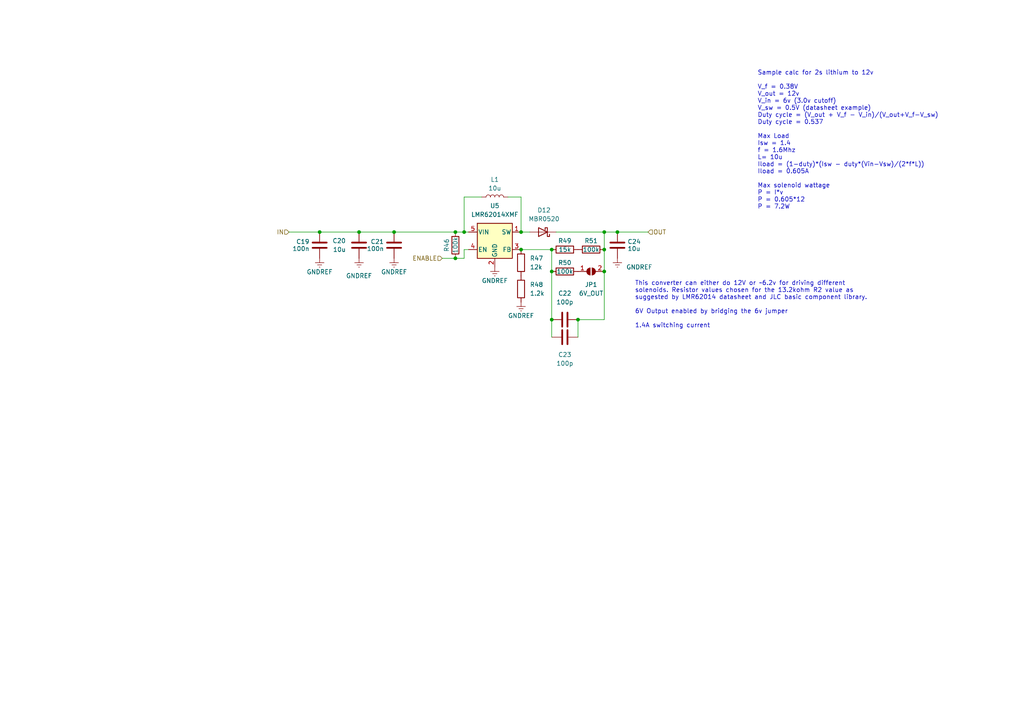
<source format=kicad_sch>
(kicad_sch (version 20250114) (generator "eeschema") (generator_version "9.0")
  (paper "A4")
  (title_block (title "DiveCAN Head") (date "2024-01-08") (rev "2.2 (DRAFT)") (company "Aren Leishman"))
  (lib_symbols
    (symbol "Jumper:SolderJumper_2_Open" (pin_names (offset 0) (hide yes))
      (property "Reference" "JP" (at 0 2.032 0))
      (property "Value" "SolderJumper_2_Open" (at 0 -2.54 0))
      (symbol "SolderJumper_2_Open_0_1"
        (polyline (pts (xy -0.254 1.016) (xy -0.254 -1.016)))
        (arc (start -0.254 -1.016) (mid -1.2656 0) (end -0.254 1.016))
        (arc (start -0.254 -1.016) (mid -1.2656 0) (end -0.254 1.016) (fill (type outline)))
        (arc (start 0.254 1.016) (mid 1.2656 0) (end 0.254 -1.016))
        (arc (start 0.254 1.016) (mid 1.2656 0) (end 0.254 -1.016) (fill (type outline)))
        (polyline (pts (xy 0.254 1.016) (xy 0.254 -1.016)))
      )
      (symbol "SolderJumper_2_Open_1_1"
        (pin passive line (at -3.81 0 0) (length 2.54) (name "A") (number "1"))
        (pin passive line (at 3.81 0 180) (length 2.54) (name "B") (number "2"))
      )
    )
    (symbol "Library:C" (pin_numbers (hide yes)) (pin_names (offset 0.254))
      (property "Reference" "C" (at 0.635 2.54 0))
      (property "Value" "C" (at 0.635 -2.54 0))
      (symbol "C_0_1"
        (polyline (pts (xy -2.032 0.762) (xy 2.032 0.762)) (stroke (width 0.508)))
        (polyline (pts (xy -2.032 -0.762) (xy 2.032 -0.762)) (stroke (width 0.508)))
      )
      (symbol "C_1_1"
        (pin passive line (at 0 3.81 270) (length 2.794) (name "~") (number "1"))
        (pin passive line (at 0 -3.81 90) (length 2.794) (name "~") (number "2"))
      )
    )
    (symbol "Library:L" (pin_numbers (hide yes)) (pin_names (offset 1.016) (hide yes))
      (property "Reference" "L" (at -1.27 0 90))
      (property "Value" "L" (at 1.905 0 90))
      (symbol "L_0_1"
        (arc (start 0 2.54) (mid 0.6323 1.905) (end 0 1.27))
        (arc (start 0 1.27) (mid 0.6323 0.635) (end 0 0))
        (arc (start 0 0) (mid 0.6323 -0.635) (end 0 -1.27))
        (arc (start 0 -1.27) (mid 0.6323 -1.905) (end 0 -2.54))
      )
      (symbol "L_1_1"
        (pin passive line (at 0 3.81 270) (length 1.27) (name "1") (number "1"))
        (pin passive line (at 0 -3.81 90) (length 1.27) (name "2") (number "2"))
      )
    )
    (symbol "Library:MBR0520" (pin_numbers (hide yes)) (pin_names (offset 1.016) (hide yes))
      (property "Reference" "D" (at 0 2.54 0))
      (property "Value" "MBR0520" (at 0 -2.54 0))
      (symbol "MBR0520_0_1"
        (polyline (pts (xy -1.905 0.635) (xy -1.905 1.27) (xy -1.27 1.27) (xy -1.27 -1.27) (xy -0.635 -1.27) (xy -0.635 -0.635)) (stroke (width 0.254)))
        (polyline (pts (xy 1.27 1.27) (xy 1.27 -1.27) (xy -1.27 0) (xy 1.27 1.27)) (stroke (width 0.254)))
        (polyline (pts (xy 1.27 0) (xy -1.27 0)))
      )
      (symbol "MBR0520_1_1"
        (pin passive line (at -3.81 0 0) (length 2.54) (name "K") (number "1"))
        (pin passive line (at 3.81 0 180) (length 2.54) (name "A") (number "2"))
      )
    )
    (symbol "Library:R" (pin_numbers (hide yes)) (pin_names (offset 0))
      (property "Reference" "R" (at 2.032 0 90))
      (property "Value" "R" (at 0 0 90))
      (symbol "R_0_1"
        (rectangle (start -1.016 -2.54) (end 1.016 2.54) (stroke (width 0.254)))
      )
      (symbol "R_1_1"
        (pin passive line (at 0 3.81 270) (length 1.27) (name "~") (number "1"))
        (pin passive line (at 0 -3.81 90) (length 1.27) (name "~") (number "2"))
      )
    )
    (symbol "Regulator_Switching:LMR62014XMF" (pin_names (offset 0.254))
      (property "Reference" "U" (at -5.08 6.35 0))
      (property "Value" "LMR62014XMF" (at 0 6.35 0))
      (symbol "LMR62014XMF_0_1"
        (rectangle (start -5.08 5.08) (end 5.08 -5.08) (stroke (width 0.254)) (fill (type background)))
      )
      (symbol "LMR62014XMF_1_1"
        (pin input line (at -7.62 2.54 0) (length 2.54) (name "VIN") (number "5"))
        (pin input line (at -7.62 -2.54 0) (length 2.54) (name "EN") (number "4"))
        (pin power_in line (at 0 -7.62 90) (length 2.54) (name "GND") (number "2"))
        (pin output line (at 7.62 2.54 180) (length 2.54) (name "SW") (number "1"))
        (pin input line (at 7.62 -2.54 180) (length 2.54) (name "FB") (number "3"))
      )
    )
    (symbol "power:GNDREF" (power) (pin_names (offset 0))
      (property "Value" "GNDREF" (at 0 -3.81 0))
      (symbol "GNDREF_0_1"
        (polyline (pts (xy -0.635 -1.905) (xy 0.635 -1.905)))
        (polyline (pts (xy -0.127 -2.54) (xy 0.127 -2.54)))
        (polyline (pts (xy 0 -1.27) (xy 0 0)))
        (polyline (pts (xy 1.27 -1.27) (xy -1.27 -1.27)))
      )
      (symbol "GNDREF_1_1"
        (pin power_in line (at 0 0 270) (length 0) (hide yes) (name "GNDREF") (number "1"))
      )
    )
  )
  (text "Sample calc for 2s lithium to 12v\n\nV_f = 0.38V\nV_out = 12v\nV_in = 6v (3.0v cutoff)\nV_sw = 0.5V (datasheet example)\nDuty cycle = (V_out + V_f - V_in)/(V_out+V_f-V_sw)\nDuty cycle = 0.537\n\nMax Load\nIsw = 1.4\nf = 1.6Mhz\nL= 10u\nIload = (1-duty)*(Isw - duty*(Vin-Vsw)/(2*f*L))\nIload = 0.605A\n\nMax solenoid wattage\nP = I*v\nP = 0.605*12\nP = 7.2W" (at 219.71 40.64 0) (effects (font (size 1.27 1.27)) (justify left)))
  (text "This converter can either do 12V or ~6.2v for driving different\nsolenoids. Resistor values chosen for the 13.2kohm R2 value as \nsuggested by LMR62014 datasheet and JLC basic component library.\n\n6V Output enabled by bridging the 6v jumper\n\n1.4A switching current" (at 184.15 95.25 0) (effects (font (size 1.27 1.27)) (justify left bottom)))
  (junction (at 175.26 72.39))
  (junction (at 167.64 92.71))
  (junction (at 132.08 74.93))
  (junction (at 132.08 67.31))
  (junction (at 134.62 67.31))
  (junction (at 151.13 67.31))
  (junction (at 175.26 67.31))
  (junction (at 179.07 67.31))
  (junction (at 92.71 67.31))
  (junction (at 160.02 72.39))
  (junction (at 160.02 92.71))
  (junction (at 104.14 67.31))
  (junction (at 151.13 72.39))
  (junction (at 114.3 67.31))
  (junction (at 160.02 78.74))
  (junction (at 175.26 78.74))
  (wire (pts (xy 134.62 72.39) (xy 135.89 72.39)))
  (wire (pts (xy 83.82 67.31) (xy 92.71 67.31)))
  (wire (pts (xy 161.29 67.31) (xy 175.26 67.31)))
  (wire (pts (xy 151.13 72.39) (xy 160.02 72.39)))
  (wire (pts (xy 147.32 57.15) (xy 151.13 57.15)))
  (wire (pts (xy 175.26 72.39) (xy 175.26 78.74)))
  (wire (pts (xy 134.62 74.93) (xy 134.62 72.39)))
  (wire (pts (xy 151.13 67.31) (xy 153.67 67.31)))
  (wire (pts (xy 132.08 74.93) (xy 134.62 74.93)))
  (wire (pts (xy 175.26 92.71) (xy 167.64 92.71)))
  (wire (pts (xy 134.62 67.31) (xy 135.89 67.31)))
  (wire (pts (xy 151.13 57.15) (xy 151.13 67.31)))
  (wire (pts (xy 175.26 67.31) (xy 179.07 67.31)))
  (wire (pts (xy 179.07 67.31) (xy 187.96 67.31)))
  (wire (pts (xy 160.02 92.71) (xy 160.02 97.79)))
  (wire (pts (xy 160.02 72.39) (xy 160.02 78.74)))
  (wire (pts (xy 175.26 78.74) (xy 175.26 92.71)))
  (wire (pts (xy 92.71 67.31) (xy 104.14 67.31)))
  (wire (pts (xy 175.26 67.31) (xy 175.26 72.39)))
  (wire (pts (xy 167.64 92.71) (xy 167.64 97.79)))
  (wire (pts (xy 134.62 57.15) (xy 139.7 57.15)))
  (wire (pts (xy 134.62 67.31) (xy 134.62 57.15)))
  (wire (pts (xy 104.14 67.31) (xy 114.3 67.31)))
  (wire (pts (xy 132.08 67.31) (xy 134.62 67.31)))
  (wire (pts (xy 114.3 67.31) (xy 132.08 67.31)))
  (wire (pts (xy 160.02 78.74) (xy 160.02 92.71)))
  (wire (pts (xy 128.27 74.93) (xy 132.08 74.93)))
  (hierarchical_label "ENABLE" (shape input) (at 128.27 74.93 180))
  (hierarchical_label "OUT" (shape input) (at 187.96 67.31 0))
  (hierarchical_label "IN" (shape input) (at 83.82 67.31 180))
  (symbol (lib_id "Library:MBR0520") (at 157.48 67.31 180) (unit 1)
    (property "Reference" "D12" (at 157.7975 60.96 0))
    (property "Value" "MBR0520" (at 157.7975 63.5 0))
    (property "Footprint" "Diode_SMD:D_SOD-123" (effects (hide yes)))
    (property "Datasheet" "http://www.mccsemi.com/up_pdf/MBR0520~MBR0580(SOD123).pdf" (effects (hide yes)))
    (property "MPN" "C5204745" (effects (hide yes)))
  )
  (symbol (lib_id "power:GNDREF") (at 92.71 74.93 0) (unit 1)
    (property "Reference" "#PWR052" (effects (hide yes)))
    (property "Value" "GNDREF" (at 92.71 78.875 0))
  )
  (symbol (lib_id "Library:R") (at 163.83 72.39 90) (unit 1)
    (property "Reference" "R49" (at 163.83 69.85 90))
    (property "Value" "15k" (at 163.83 72.39 90))
    (property "Footprint" "Resistor_SMD:R_0402_1005Metric" (effects (hide yes)))
    (property "MPN" "C25756" (effects (hide yes)))
  )
  (symbol (lib_id "Library:R") (at 151.13 76.2 0) (unit 1)
    (property "Reference" "R47" (at 153.67 74.93 0) (effects (justify left)))
    (property "Value" "12k" (at 153.67 77.47 0) (effects (justify left)))
    (property "Footprint" "Resistor_SMD:R_0402_1005Metric" (effects (hide yes)))
    (property "MPN" "C25752" (effects (hide yes)))
  )
  (symbol (lib_id "Library:R") (at 132.08 71.12 180) (unit 1)
    (property "Reference" "R46" (at 129.54 71.12 90))
    (property "Value" "100k" (at 132.08 71.12 90))
    (property "Footprint" "Resistor_SMD:R_0402_1005Metric" (effects (hide yes)))
    (property "MPN" "C25741" (effects (hide yes)))
  )
  (symbol (lib_id "power:GNDREF") (at 151.13 87.63 0) (unit 1)
    (property "Reference" "#PWR056" (effects (hide yes)))
    (property "Value" "GNDREF" (at 151.13 91.575 0))
  )
  (symbol (lib_id "Regulator_Switching:LMR62014XMF") (at 143.51 69.85 0) (unit 1)
    (property "Reference" "U5" (at 143.51 59.69 0))
    (property "Value" "LMR62014XMF" (at 143.51 62.23 0))
    (property "Footprint" "Package_TO_SOT_SMD:SOT-23-5" (effects (hide yes)))
    (property "Datasheet" "http://www.ti.com/lit/ds/symlink/lmr62014.pdf" (effects (hide yes)))
    (property "MPN" "C468235" (effects (hide yes)))
  )
  (symbol (lib_id "Library:C") (at 114.3 71.12 180) (unit 1)
    (property "Reference" "C21" (at 111.3791 70.096 0) (effects (justify left)))
    (property "Value" "100n" (at 111.3791 72.144 0) (effects (justify left)))
    (property "Footprint" "Capacitor_SMD:C_0603_1608Metric" (effects (hide yes)))
    (property "MPN" "C14663" (effects (hide yes)))
  )
  (symbol (lib_id "power:GNDREF") (at 114.3 74.93 0) (unit 1)
    (property "Reference" "#PWR054" (effects (hide yes)))
    (property "Value" "GNDREF" (at 114.3 78.875 0))
  )
  (symbol (lib_id "Library:R") (at 163.83 78.74 90) (unit 1)
    (property "Reference" "R50" (at 163.83 76.2 90))
    (property "Value" "100k" (at 163.83 78.74 90))
    (property "Footprint" "Resistor_SMD:R_0402_1005Metric" (effects (hide yes)))
    (property "MPN" "C25741" (effects (hide yes)))
  )
  (symbol (lib_id "Library:C") (at 104.14 71.12 0) (unit 1)
    (property "Reference" "C20" (at 100.33 69.85 0) (effects (justify right)))
    (property "Value" "10u" (at 100.33 72.39 0) (effects (justify right)))
    (property "Footprint" "Capacitor_SMD:C_0603_1608Metric" (effects (hide yes)))
    (property "MPN" "C96446" (effects (hide yes)))
  )
  (symbol (lib_id "power:GNDREF") (at 179.07 74.93 0) (unit 1)
    (property "Reference" "#PWR057" (effects (hide yes)))
    (property "Value" "GNDREF" (at 185.42 77.47 0))
  )
  (symbol (lib_id "Jumper:SolderJumper_2_Open") (at 171.45 78.74 0) (unit 1) (in_bom no)
    (property "Reference" "JP1" (at 171.45 82.55 0))
    (property "Value" "6V_OUT" (at 171.45 85.09 0))
    (property "Footprint" "Jumper:SolderJumper-2_P1.3mm_Open_TrianglePad1.0x1.5mm" (effects (hide yes)))
  )
  (symbol (lib_id "Library:C") (at 163.83 97.79 270) (unit 1)
    (property "Reference" "C23" (at 163.83 102.87 90))
    (property "Value" "100p" (at 163.83 105.41 90))
    (property "Footprint" "Capacitor_SMD:C_0402_1005Metric" (effects (hide yes)))
    (property "MPN" "C1546" (effects (hide yes)))
  )
  (symbol (lib_id "Library:C") (at 163.83 92.71 270) (unit 1)
    (property "Reference" "C22" (at 163.83 85.09 90))
    (property "Value" "100p" (at 163.83 87.63 90))
    (property "Footprint" "Capacitor_SMD:C_0402_1005Metric" (effects (hide yes)))
    (property "MPN" "C1546" (effects (hide yes)))
  )
  (symbol (lib_id "power:GNDREF") (at 143.51 77.47 0) (unit 1)
    (property "Reference" "#PWR055" (effects (hide yes)))
    (property "Value" "GNDREF" (at 143.51 81.415 0))
  )
  (symbol (lib_id "Library:R") (at 151.13 83.82 0) (unit 1)
    (property "Reference" "R48" (at 153.67 82.55 0) (effects (justify left)))
    (property "Value" "1.2k" (at 153.67 85.09 0) (effects (justify left)))
    (property "Footprint" "Resistor_SMD:R_0402_1005Metric" (effects (hide yes)))
    (property "MPN" "C25862" (effects (hide yes)))
  )
  (symbol (lib_id "Library:R") (at 171.45 72.39 90) (unit 1)
    (property "Reference" "R51" (at 171.45 69.85 90))
    (property "Value" "100k" (at 171.45 72.39 90))
    (property "Footprint" "Resistor_SMD:R_0402_1005Metric" (effects (hide yes)))
    (property "MPN" "C25741" (effects (hide yes)))
  )
  (symbol (lib_id "Library:C") (at 179.07 71.12 0) (unit 1)
    (property "Reference" "C24" (at 181.991 70.096 0) (effects (justify left)))
    (property "Value" "10u" (at 181.991 72.144 0) (effects (justify left)))
    (property "Footprint" "Capacitor_SMD:C_0603_1608Metric" (effects (hide yes)))
    (property "MPN" "C96446" (effects (hide yes)))
  )
  (symbol (lib_id "power:GNDREF") (at 104.14 74.93 0) (unit 1)
    (property "Reference" "#PWR053" (effects (hide yes)))
    (property "Value" "GNDREF" (at 104.14 80.01 0))
  )
  (symbol (lib_id "Library:C") (at 92.71 71.12 180) (unit 1)
    (property "Reference" "C19" (at 89.7891 70.096 0) (effects (justify left)))
    (property "Value" "100n" (at 89.7891 72.144 0) (effects (justify left)))
    (property "Footprint" "Capacitor_SMD:C_0603_1608Metric" (effects (hide yes)))
    (property "MPN" "C14663" (effects (hide yes)))
  )
  (symbol (lib_id "Library:L") (at 143.51 57.15 90) (unit 1)
    (property "Reference" "L1" (at 143.51 52.07 90))
    (property "Value" "10u" (at 143.51 54.61 90))
    (property "Footprint" "Library:L_SunItech_SLO0530H" (effects (hide yes)))
    (property "MPN" "   C325966" (effects (hide yes)))
  )
)
</source>
